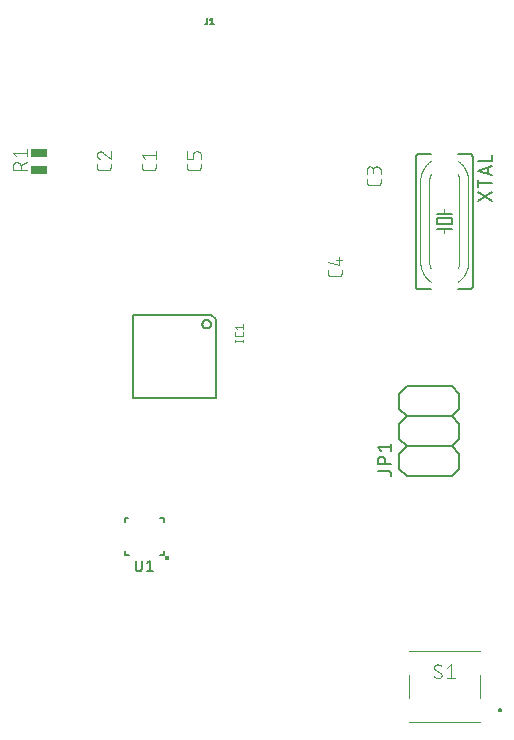
<source format=gto>
G04 EAGLE Gerber RS-274X export*
G75*
%MOMM*%
%FSLAX34Y34*%
%LPD*%
%INSilkscreen Top*%
%IPPOS*%
%AMOC8*
5,1,8,0,0,1.08239X$1,22.5*%
G01*
%ADD10C,0.101600*%
%ADD11C,0.152400*%
%ADD12C,0.076200*%
%ADD13C,0.127000*%
%ADD14R,1.400000X0.650000*%
%ADD15C,0.400000*%
%ADD16C,0.050800*%
%ADD17C,0.100000*%
%ADD18C,0.200000*%
%ADD19C,0.200000*%


D10*
X136652Y492826D02*
X136652Y490229D01*
X136650Y490130D01*
X136644Y490030D01*
X136635Y489931D01*
X136622Y489833D01*
X136605Y489735D01*
X136584Y489637D01*
X136559Y489541D01*
X136531Y489446D01*
X136499Y489352D01*
X136464Y489259D01*
X136425Y489167D01*
X136382Y489077D01*
X136337Y488989D01*
X136287Y488902D01*
X136235Y488818D01*
X136179Y488735D01*
X136121Y488655D01*
X136059Y488577D01*
X135994Y488502D01*
X135926Y488429D01*
X135856Y488359D01*
X135783Y488291D01*
X135708Y488226D01*
X135630Y488164D01*
X135550Y488106D01*
X135467Y488050D01*
X135383Y487998D01*
X135296Y487948D01*
X135208Y487903D01*
X135118Y487860D01*
X135026Y487821D01*
X134933Y487786D01*
X134839Y487754D01*
X134744Y487726D01*
X134648Y487701D01*
X134550Y487680D01*
X134452Y487663D01*
X134354Y487650D01*
X134255Y487641D01*
X134155Y487635D01*
X134056Y487633D01*
X127564Y487633D01*
X127564Y487632D02*
X127465Y487634D01*
X127365Y487640D01*
X127266Y487649D01*
X127168Y487662D01*
X127070Y487680D01*
X126972Y487700D01*
X126876Y487725D01*
X126780Y487753D01*
X126686Y487785D01*
X126593Y487820D01*
X126502Y487859D01*
X126412Y487902D01*
X126323Y487947D01*
X126237Y487997D01*
X126152Y488049D01*
X126070Y488105D01*
X125990Y488164D01*
X125912Y488225D01*
X125836Y488290D01*
X125763Y488358D01*
X125693Y488428D01*
X125625Y488501D01*
X125560Y488577D01*
X125499Y488655D01*
X125440Y488735D01*
X125384Y488817D01*
X125332Y488902D01*
X125283Y488988D01*
X125237Y489077D01*
X125194Y489167D01*
X125155Y489258D01*
X125120Y489351D01*
X125088Y489445D01*
X125060Y489541D01*
X125035Y489637D01*
X125015Y489735D01*
X124997Y489833D01*
X124984Y489931D01*
X124975Y490030D01*
X124969Y490129D01*
X124967Y490229D01*
X124968Y490229D02*
X124968Y492826D01*
X127564Y497191D02*
X124968Y500436D01*
X136652Y500436D01*
X136652Y497191D02*
X136652Y503682D01*
X98552Y492826D02*
X98552Y490229D01*
X98550Y490130D01*
X98544Y490030D01*
X98535Y489931D01*
X98522Y489833D01*
X98505Y489735D01*
X98484Y489637D01*
X98459Y489541D01*
X98431Y489446D01*
X98399Y489352D01*
X98364Y489259D01*
X98325Y489167D01*
X98282Y489077D01*
X98237Y488989D01*
X98187Y488902D01*
X98135Y488818D01*
X98079Y488735D01*
X98021Y488655D01*
X97959Y488577D01*
X97894Y488502D01*
X97826Y488429D01*
X97756Y488359D01*
X97683Y488291D01*
X97608Y488226D01*
X97530Y488164D01*
X97450Y488106D01*
X97367Y488050D01*
X97283Y487998D01*
X97196Y487948D01*
X97108Y487903D01*
X97018Y487860D01*
X96926Y487821D01*
X96833Y487786D01*
X96739Y487754D01*
X96644Y487726D01*
X96548Y487701D01*
X96450Y487680D01*
X96352Y487663D01*
X96254Y487650D01*
X96155Y487641D01*
X96055Y487635D01*
X95956Y487633D01*
X89464Y487633D01*
X89464Y487632D02*
X89365Y487634D01*
X89265Y487640D01*
X89166Y487649D01*
X89068Y487662D01*
X88970Y487680D01*
X88872Y487700D01*
X88776Y487725D01*
X88680Y487753D01*
X88586Y487785D01*
X88493Y487820D01*
X88402Y487859D01*
X88312Y487902D01*
X88223Y487947D01*
X88137Y487997D01*
X88052Y488049D01*
X87970Y488105D01*
X87890Y488164D01*
X87812Y488225D01*
X87736Y488290D01*
X87663Y488358D01*
X87593Y488428D01*
X87525Y488501D01*
X87460Y488577D01*
X87399Y488655D01*
X87340Y488735D01*
X87284Y488817D01*
X87232Y488902D01*
X87183Y488988D01*
X87137Y489077D01*
X87094Y489167D01*
X87055Y489258D01*
X87020Y489351D01*
X86988Y489445D01*
X86960Y489541D01*
X86935Y489637D01*
X86915Y489735D01*
X86897Y489833D01*
X86884Y489931D01*
X86875Y490030D01*
X86869Y490129D01*
X86867Y490229D01*
X86868Y490229D02*
X86868Y492826D01*
X86868Y500761D02*
X86870Y500868D01*
X86876Y500974D01*
X86886Y501080D01*
X86899Y501186D01*
X86917Y501292D01*
X86938Y501396D01*
X86963Y501500D01*
X86992Y501603D01*
X87024Y501704D01*
X87061Y501804D01*
X87101Y501903D01*
X87144Y502001D01*
X87191Y502097D01*
X87242Y502191D01*
X87296Y502283D01*
X87353Y502373D01*
X87413Y502461D01*
X87477Y502546D01*
X87544Y502629D01*
X87614Y502710D01*
X87686Y502788D01*
X87762Y502864D01*
X87840Y502936D01*
X87921Y503006D01*
X88004Y503073D01*
X88089Y503137D01*
X88177Y503197D01*
X88267Y503254D01*
X88359Y503308D01*
X88453Y503359D01*
X88549Y503406D01*
X88647Y503449D01*
X88746Y503489D01*
X88846Y503526D01*
X88947Y503558D01*
X89050Y503587D01*
X89154Y503612D01*
X89258Y503633D01*
X89364Y503651D01*
X89470Y503664D01*
X89576Y503674D01*
X89682Y503680D01*
X89789Y503682D01*
X86868Y500761D02*
X86870Y500640D01*
X86876Y500519D01*
X86886Y500399D01*
X86899Y500278D01*
X86917Y500159D01*
X86938Y500039D01*
X86963Y499921D01*
X86992Y499804D01*
X87025Y499687D01*
X87061Y499572D01*
X87102Y499458D01*
X87145Y499345D01*
X87193Y499233D01*
X87244Y499124D01*
X87299Y499016D01*
X87357Y498909D01*
X87418Y498805D01*
X87483Y498703D01*
X87551Y498603D01*
X87622Y498505D01*
X87696Y498409D01*
X87773Y498316D01*
X87854Y498226D01*
X87937Y498138D01*
X88023Y498053D01*
X88112Y497970D01*
X88203Y497891D01*
X88297Y497814D01*
X88393Y497741D01*
X88491Y497671D01*
X88592Y497604D01*
X88695Y497540D01*
X88800Y497480D01*
X88907Y497422D01*
X89015Y497369D01*
X89125Y497319D01*
X89237Y497273D01*
X89350Y497230D01*
X89465Y497191D01*
X92061Y502708D02*
X91983Y502787D01*
X91903Y502863D01*
X91820Y502936D01*
X91734Y503006D01*
X91647Y503073D01*
X91556Y503137D01*
X91464Y503197D01*
X91370Y503255D01*
X91273Y503309D01*
X91175Y503359D01*
X91075Y503406D01*
X90974Y503450D01*
X90871Y503490D01*
X90766Y503526D01*
X90661Y503558D01*
X90554Y503587D01*
X90447Y503612D01*
X90338Y503634D01*
X90229Y503651D01*
X90120Y503665D01*
X90010Y503674D01*
X89899Y503680D01*
X89789Y503682D01*
X92061Y502708D02*
X98552Y497191D01*
X98552Y503682D01*
X327152Y480126D02*
X327152Y477529D01*
X327150Y477430D01*
X327144Y477330D01*
X327135Y477231D01*
X327122Y477133D01*
X327105Y477035D01*
X327084Y476937D01*
X327059Y476841D01*
X327031Y476746D01*
X326999Y476652D01*
X326964Y476559D01*
X326925Y476467D01*
X326882Y476377D01*
X326837Y476289D01*
X326787Y476202D01*
X326735Y476118D01*
X326679Y476035D01*
X326621Y475955D01*
X326559Y475877D01*
X326494Y475802D01*
X326426Y475729D01*
X326356Y475659D01*
X326283Y475591D01*
X326208Y475526D01*
X326130Y475464D01*
X326050Y475406D01*
X325967Y475350D01*
X325883Y475298D01*
X325796Y475248D01*
X325708Y475203D01*
X325618Y475160D01*
X325526Y475121D01*
X325433Y475086D01*
X325339Y475054D01*
X325244Y475026D01*
X325148Y475001D01*
X325050Y474980D01*
X324952Y474963D01*
X324854Y474950D01*
X324755Y474941D01*
X324655Y474935D01*
X324556Y474933D01*
X318064Y474933D01*
X318064Y474932D02*
X317965Y474934D01*
X317865Y474940D01*
X317766Y474949D01*
X317668Y474962D01*
X317570Y474980D01*
X317472Y475000D01*
X317376Y475025D01*
X317280Y475053D01*
X317186Y475085D01*
X317093Y475120D01*
X317002Y475159D01*
X316912Y475202D01*
X316823Y475247D01*
X316737Y475297D01*
X316652Y475349D01*
X316570Y475405D01*
X316490Y475464D01*
X316412Y475525D01*
X316336Y475590D01*
X316263Y475658D01*
X316193Y475728D01*
X316125Y475801D01*
X316060Y475877D01*
X315999Y475955D01*
X315940Y476035D01*
X315884Y476117D01*
X315832Y476202D01*
X315783Y476288D01*
X315737Y476377D01*
X315694Y476467D01*
X315655Y476558D01*
X315620Y476651D01*
X315588Y476745D01*
X315560Y476841D01*
X315535Y476937D01*
X315515Y477035D01*
X315497Y477133D01*
X315484Y477231D01*
X315475Y477330D01*
X315469Y477429D01*
X315467Y477529D01*
X315468Y477529D02*
X315468Y480126D01*
X327152Y484491D02*
X327152Y487736D01*
X327150Y487849D01*
X327144Y487962D01*
X327134Y488075D01*
X327120Y488188D01*
X327103Y488300D01*
X327081Y488411D01*
X327056Y488521D01*
X327026Y488631D01*
X326993Y488739D01*
X326956Y488846D01*
X326916Y488952D01*
X326871Y489056D01*
X326823Y489159D01*
X326772Y489260D01*
X326717Y489359D01*
X326659Y489456D01*
X326597Y489551D01*
X326532Y489644D01*
X326464Y489734D01*
X326393Y489822D01*
X326318Y489908D01*
X326241Y489991D01*
X326161Y490071D01*
X326078Y490148D01*
X325992Y490223D01*
X325904Y490294D01*
X325814Y490362D01*
X325721Y490427D01*
X325626Y490489D01*
X325529Y490547D01*
X325430Y490602D01*
X325329Y490653D01*
X325226Y490701D01*
X325122Y490746D01*
X325016Y490786D01*
X324909Y490823D01*
X324801Y490856D01*
X324691Y490886D01*
X324581Y490911D01*
X324470Y490933D01*
X324358Y490950D01*
X324245Y490964D01*
X324132Y490974D01*
X324019Y490980D01*
X323906Y490982D01*
X323793Y490980D01*
X323680Y490974D01*
X323567Y490964D01*
X323454Y490950D01*
X323342Y490933D01*
X323231Y490911D01*
X323121Y490886D01*
X323011Y490856D01*
X322903Y490823D01*
X322796Y490786D01*
X322690Y490746D01*
X322586Y490701D01*
X322483Y490653D01*
X322382Y490602D01*
X322283Y490547D01*
X322186Y490489D01*
X322091Y490427D01*
X321998Y490362D01*
X321908Y490294D01*
X321820Y490223D01*
X321734Y490148D01*
X321651Y490071D01*
X321571Y489991D01*
X321494Y489908D01*
X321419Y489822D01*
X321348Y489734D01*
X321280Y489644D01*
X321215Y489551D01*
X321153Y489456D01*
X321095Y489359D01*
X321040Y489260D01*
X320989Y489159D01*
X320941Y489056D01*
X320896Y488952D01*
X320856Y488846D01*
X320819Y488739D01*
X320786Y488631D01*
X320756Y488521D01*
X320731Y488411D01*
X320709Y488300D01*
X320692Y488188D01*
X320678Y488075D01*
X320668Y487962D01*
X320662Y487849D01*
X320660Y487736D01*
X315468Y488386D02*
X315468Y484491D01*
X315468Y488386D02*
X315470Y488487D01*
X315476Y488587D01*
X315486Y488687D01*
X315499Y488787D01*
X315517Y488886D01*
X315538Y488985D01*
X315563Y489082D01*
X315592Y489179D01*
X315625Y489274D01*
X315661Y489368D01*
X315701Y489460D01*
X315744Y489551D01*
X315791Y489640D01*
X315841Y489727D01*
X315895Y489813D01*
X315952Y489896D01*
X316012Y489976D01*
X316075Y490055D01*
X316142Y490131D01*
X316211Y490204D01*
X316283Y490274D01*
X316357Y490342D01*
X316434Y490407D01*
X316514Y490468D01*
X316596Y490527D01*
X316680Y490582D01*
X316766Y490634D01*
X316854Y490683D01*
X316944Y490728D01*
X317036Y490770D01*
X317129Y490808D01*
X317224Y490842D01*
X317319Y490873D01*
X317416Y490900D01*
X317514Y490923D01*
X317613Y490943D01*
X317713Y490958D01*
X317813Y490970D01*
X317913Y490978D01*
X318014Y490982D01*
X318114Y490982D01*
X318215Y490978D01*
X318315Y490970D01*
X318415Y490958D01*
X318515Y490943D01*
X318614Y490923D01*
X318712Y490900D01*
X318809Y490873D01*
X318904Y490842D01*
X318999Y490808D01*
X319092Y490770D01*
X319184Y490728D01*
X319274Y490683D01*
X319362Y490634D01*
X319448Y490582D01*
X319532Y490527D01*
X319614Y490468D01*
X319694Y490407D01*
X319771Y490342D01*
X319845Y490274D01*
X319917Y490204D01*
X319986Y490131D01*
X320053Y490055D01*
X320116Y489976D01*
X320176Y489896D01*
X320233Y489813D01*
X320287Y489727D01*
X320337Y489640D01*
X320384Y489551D01*
X320427Y489460D01*
X320467Y489368D01*
X320503Y489274D01*
X320536Y489179D01*
X320565Y489082D01*
X320590Y488985D01*
X320611Y488886D01*
X320629Y488787D01*
X320642Y488687D01*
X320652Y488587D01*
X320658Y488487D01*
X320660Y488386D01*
X320661Y488386D02*
X320661Y485789D01*
X294132Y403211D02*
X294132Y400614D01*
X294130Y400515D01*
X294124Y400415D01*
X294115Y400316D01*
X294102Y400218D01*
X294085Y400120D01*
X294064Y400022D01*
X294039Y399926D01*
X294011Y399831D01*
X293979Y399737D01*
X293944Y399644D01*
X293905Y399552D01*
X293862Y399462D01*
X293817Y399374D01*
X293767Y399287D01*
X293715Y399203D01*
X293659Y399120D01*
X293601Y399040D01*
X293539Y398962D01*
X293474Y398887D01*
X293406Y398814D01*
X293336Y398744D01*
X293263Y398676D01*
X293188Y398611D01*
X293110Y398549D01*
X293030Y398491D01*
X292947Y398435D01*
X292863Y398383D01*
X292776Y398333D01*
X292688Y398288D01*
X292598Y398245D01*
X292506Y398206D01*
X292413Y398171D01*
X292319Y398139D01*
X292224Y398111D01*
X292128Y398086D01*
X292030Y398065D01*
X291932Y398048D01*
X291834Y398035D01*
X291735Y398026D01*
X291635Y398020D01*
X291536Y398018D01*
X285044Y398018D01*
X284945Y398020D01*
X284845Y398026D01*
X284746Y398035D01*
X284648Y398048D01*
X284550Y398066D01*
X284452Y398086D01*
X284356Y398111D01*
X284260Y398139D01*
X284166Y398171D01*
X284073Y398206D01*
X283982Y398245D01*
X283892Y398288D01*
X283803Y398333D01*
X283717Y398383D01*
X283632Y398435D01*
X283550Y398491D01*
X283470Y398550D01*
X283392Y398611D01*
X283316Y398676D01*
X283243Y398744D01*
X283173Y398814D01*
X283105Y398887D01*
X283040Y398963D01*
X282979Y399041D01*
X282920Y399121D01*
X282864Y399203D01*
X282812Y399288D01*
X282763Y399374D01*
X282717Y399463D01*
X282674Y399553D01*
X282635Y399644D01*
X282600Y399737D01*
X282568Y399831D01*
X282540Y399927D01*
X282515Y400023D01*
X282495Y400121D01*
X282477Y400219D01*
X282464Y400317D01*
X282455Y400416D01*
X282449Y400515D01*
X282447Y400615D01*
X282448Y400614D02*
X282448Y403211D01*
X282448Y410173D02*
X291536Y407576D01*
X291536Y414067D01*
X288939Y412120D02*
X294132Y412120D01*
X174752Y490229D02*
X174752Y492826D01*
X174752Y490229D02*
X174750Y490130D01*
X174744Y490030D01*
X174735Y489931D01*
X174722Y489833D01*
X174705Y489735D01*
X174684Y489637D01*
X174659Y489541D01*
X174631Y489446D01*
X174599Y489352D01*
X174564Y489259D01*
X174525Y489167D01*
X174482Y489077D01*
X174437Y488989D01*
X174387Y488902D01*
X174335Y488818D01*
X174279Y488735D01*
X174221Y488655D01*
X174159Y488577D01*
X174094Y488502D01*
X174026Y488429D01*
X173956Y488359D01*
X173883Y488291D01*
X173808Y488226D01*
X173730Y488164D01*
X173650Y488106D01*
X173567Y488050D01*
X173483Y487998D01*
X173396Y487948D01*
X173308Y487903D01*
X173218Y487860D01*
X173126Y487821D01*
X173033Y487786D01*
X172939Y487754D01*
X172844Y487726D01*
X172748Y487701D01*
X172650Y487680D01*
X172552Y487663D01*
X172454Y487650D01*
X172355Y487641D01*
X172255Y487635D01*
X172156Y487633D01*
X165664Y487633D01*
X165664Y487632D02*
X165565Y487634D01*
X165465Y487640D01*
X165366Y487649D01*
X165268Y487662D01*
X165170Y487680D01*
X165072Y487700D01*
X164976Y487725D01*
X164880Y487753D01*
X164786Y487785D01*
X164693Y487820D01*
X164602Y487859D01*
X164512Y487902D01*
X164423Y487947D01*
X164337Y487997D01*
X164252Y488049D01*
X164170Y488105D01*
X164090Y488164D01*
X164012Y488225D01*
X163936Y488290D01*
X163863Y488358D01*
X163793Y488428D01*
X163725Y488501D01*
X163660Y488577D01*
X163599Y488655D01*
X163540Y488735D01*
X163484Y488817D01*
X163432Y488902D01*
X163383Y488988D01*
X163337Y489077D01*
X163294Y489167D01*
X163255Y489258D01*
X163220Y489351D01*
X163188Y489445D01*
X163160Y489541D01*
X163135Y489637D01*
X163115Y489735D01*
X163097Y489833D01*
X163084Y489931D01*
X163075Y490030D01*
X163069Y490129D01*
X163067Y490229D01*
X163068Y490229D02*
X163068Y492826D01*
X174752Y497191D02*
X174752Y501086D01*
X174750Y501185D01*
X174744Y501285D01*
X174735Y501384D01*
X174722Y501482D01*
X174705Y501580D01*
X174684Y501678D01*
X174659Y501774D01*
X174631Y501869D01*
X174599Y501963D01*
X174564Y502056D01*
X174525Y502148D01*
X174482Y502238D01*
X174437Y502326D01*
X174387Y502413D01*
X174335Y502497D01*
X174279Y502580D01*
X174221Y502660D01*
X174159Y502738D01*
X174094Y502813D01*
X174026Y502886D01*
X173956Y502956D01*
X173883Y503024D01*
X173808Y503089D01*
X173730Y503151D01*
X173650Y503209D01*
X173567Y503265D01*
X173483Y503317D01*
X173396Y503367D01*
X173308Y503412D01*
X173218Y503455D01*
X173126Y503494D01*
X173033Y503529D01*
X172939Y503561D01*
X172844Y503589D01*
X172748Y503614D01*
X172650Y503635D01*
X172552Y503652D01*
X172454Y503665D01*
X172355Y503674D01*
X172255Y503680D01*
X172156Y503682D01*
X170857Y503682D01*
X170758Y503680D01*
X170658Y503674D01*
X170559Y503665D01*
X170461Y503652D01*
X170363Y503635D01*
X170265Y503614D01*
X170169Y503589D01*
X170074Y503561D01*
X169980Y503529D01*
X169887Y503494D01*
X169795Y503455D01*
X169705Y503412D01*
X169617Y503367D01*
X169530Y503317D01*
X169446Y503265D01*
X169363Y503209D01*
X169283Y503151D01*
X169205Y503089D01*
X169130Y503024D01*
X169057Y502956D01*
X168987Y502886D01*
X168919Y502813D01*
X168854Y502738D01*
X168792Y502660D01*
X168734Y502580D01*
X168678Y502497D01*
X168626Y502413D01*
X168576Y502326D01*
X168531Y502238D01*
X168488Y502148D01*
X168449Y502056D01*
X168414Y501963D01*
X168382Y501869D01*
X168354Y501774D01*
X168329Y501678D01*
X168308Y501580D01*
X168291Y501482D01*
X168278Y501384D01*
X168269Y501285D01*
X168263Y501185D01*
X168261Y501086D01*
X168261Y497191D01*
X163068Y497191D01*
X163068Y503682D01*
D11*
X187450Y295150D02*
X117350Y295150D01*
X117350Y365250D01*
X183900Y365250D01*
X187450Y361700D02*
X187450Y295150D01*
X187450Y361700D02*
X183900Y365250D01*
X176240Y357632D02*
X176242Y357751D01*
X176248Y357871D01*
X176258Y357990D01*
X176272Y358108D01*
X176290Y358226D01*
X176311Y358344D01*
X176337Y358460D01*
X176366Y358576D01*
X176400Y358691D01*
X176437Y358804D01*
X176478Y358916D01*
X176522Y359027D01*
X176570Y359137D01*
X176622Y359244D01*
X176677Y359350D01*
X176736Y359454D01*
X176799Y359556D01*
X176864Y359655D01*
X176933Y359753D01*
X177005Y359848D01*
X177080Y359941D01*
X177159Y360031D01*
X177240Y360119D01*
X177324Y360203D01*
X177411Y360285D01*
X177500Y360364D01*
X177592Y360440D01*
X177687Y360513D01*
X177784Y360583D01*
X177883Y360649D01*
X177985Y360712D01*
X178088Y360772D01*
X178193Y360828D01*
X178300Y360881D01*
X178409Y360930D01*
X178520Y360976D01*
X178632Y361017D01*
X178745Y361055D01*
X178859Y361090D01*
X178975Y361120D01*
X179091Y361147D01*
X179208Y361169D01*
X179326Y361188D01*
X179445Y361203D01*
X179564Y361214D01*
X179683Y361221D01*
X179802Y361224D01*
X179922Y361223D01*
X180041Y361218D01*
X180160Y361209D01*
X180279Y361196D01*
X180397Y361179D01*
X180514Y361159D01*
X180631Y361134D01*
X180747Y361105D01*
X180862Y361073D01*
X180976Y361037D01*
X181089Y360997D01*
X181200Y360953D01*
X181309Y360906D01*
X181417Y360855D01*
X181524Y360801D01*
X181628Y360743D01*
X181730Y360681D01*
X181831Y360617D01*
X181929Y360548D01*
X182025Y360477D01*
X182118Y360403D01*
X182209Y360325D01*
X182297Y360245D01*
X182382Y360161D01*
X182465Y360075D01*
X182545Y359986D01*
X182622Y359895D01*
X182695Y359801D01*
X182766Y359704D01*
X182833Y359606D01*
X182897Y359505D01*
X182958Y359402D01*
X183015Y359297D01*
X183068Y359191D01*
X183118Y359082D01*
X183165Y358972D01*
X183207Y358861D01*
X183246Y358748D01*
X183282Y358634D01*
X183313Y358518D01*
X183340Y358402D01*
X183364Y358285D01*
X183384Y358167D01*
X183400Y358049D01*
X183412Y357930D01*
X183420Y357811D01*
X183424Y357692D01*
X183424Y357572D01*
X183420Y357453D01*
X183412Y357334D01*
X183400Y357215D01*
X183384Y357097D01*
X183364Y356979D01*
X183340Y356862D01*
X183313Y356746D01*
X183282Y356630D01*
X183246Y356516D01*
X183207Y356403D01*
X183165Y356292D01*
X183118Y356182D01*
X183068Y356073D01*
X183015Y355967D01*
X182958Y355862D01*
X182897Y355759D01*
X182833Y355658D01*
X182766Y355560D01*
X182695Y355463D01*
X182622Y355369D01*
X182545Y355278D01*
X182465Y355189D01*
X182382Y355103D01*
X182297Y355019D01*
X182209Y354939D01*
X182118Y354861D01*
X182025Y354787D01*
X181929Y354716D01*
X181831Y354647D01*
X181730Y354583D01*
X181628Y354521D01*
X181524Y354463D01*
X181417Y354409D01*
X181309Y354358D01*
X181200Y354311D01*
X181089Y354267D01*
X180976Y354227D01*
X180862Y354191D01*
X180747Y354159D01*
X180631Y354130D01*
X180514Y354105D01*
X180397Y354085D01*
X180279Y354068D01*
X180160Y354055D01*
X180041Y354046D01*
X179922Y354041D01*
X179802Y354040D01*
X179683Y354043D01*
X179564Y354050D01*
X179445Y354061D01*
X179326Y354076D01*
X179208Y354095D01*
X179091Y354117D01*
X178975Y354144D01*
X178859Y354174D01*
X178745Y354209D01*
X178632Y354247D01*
X178520Y354288D01*
X178409Y354334D01*
X178300Y354383D01*
X178193Y354436D01*
X178088Y354492D01*
X177985Y354552D01*
X177883Y354615D01*
X177784Y354681D01*
X177687Y354751D01*
X177592Y354824D01*
X177500Y354900D01*
X177411Y354979D01*
X177324Y355061D01*
X177240Y355145D01*
X177159Y355233D01*
X177080Y355323D01*
X177005Y355416D01*
X176933Y355511D01*
X176864Y355609D01*
X176799Y355708D01*
X176736Y355810D01*
X176677Y355914D01*
X176622Y356020D01*
X176570Y356127D01*
X176522Y356237D01*
X176478Y356348D01*
X176437Y356460D01*
X176400Y356573D01*
X176366Y356688D01*
X176337Y356804D01*
X176311Y356920D01*
X176290Y357038D01*
X176272Y357156D01*
X176258Y357274D01*
X176248Y357393D01*
X176242Y357513D01*
X176240Y357632D01*
D12*
X203581Y343511D02*
X210947Y343511D01*
X210947Y344329D02*
X210947Y342692D01*
X203581Y342692D02*
X203581Y344329D01*
X210947Y348931D02*
X210947Y350567D01*
X210947Y348931D02*
X210945Y348853D01*
X210940Y348775D01*
X210930Y348698D01*
X210917Y348621D01*
X210901Y348545D01*
X210881Y348470D01*
X210857Y348396D01*
X210830Y348323D01*
X210799Y348251D01*
X210765Y348181D01*
X210728Y348113D01*
X210687Y348046D01*
X210643Y347981D01*
X210597Y347919D01*
X210547Y347859D01*
X210495Y347801D01*
X210440Y347746D01*
X210382Y347694D01*
X210322Y347644D01*
X210260Y347598D01*
X210195Y347554D01*
X210129Y347513D01*
X210060Y347476D01*
X209990Y347442D01*
X209918Y347411D01*
X209845Y347384D01*
X209771Y347360D01*
X209696Y347340D01*
X209620Y347324D01*
X209543Y347311D01*
X209466Y347301D01*
X209388Y347296D01*
X209310Y347294D01*
X205218Y347294D01*
X205138Y347296D01*
X205058Y347302D01*
X204978Y347312D01*
X204899Y347325D01*
X204820Y347343D01*
X204743Y347364D01*
X204667Y347390D01*
X204592Y347419D01*
X204518Y347451D01*
X204446Y347487D01*
X204376Y347527D01*
X204309Y347570D01*
X204243Y347616D01*
X204180Y347666D01*
X204119Y347718D01*
X204060Y347773D01*
X204005Y347832D01*
X203953Y347892D01*
X203903Y347956D01*
X203857Y348021D01*
X203814Y348089D01*
X203774Y348159D01*
X203738Y348231D01*
X203706Y348305D01*
X203677Y348379D01*
X203652Y348456D01*
X203630Y348533D01*
X203612Y348612D01*
X203599Y348691D01*
X203589Y348770D01*
X203583Y348851D01*
X203581Y348931D01*
X203581Y350567D01*
X205218Y353413D02*
X203581Y355459D01*
X210947Y355459D01*
X210947Y353413D02*
X210947Y357505D01*
D13*
X180044Y612577D02*
X180044Y616331D01*
X180043Y612577D02*
X180041Y612512D01*
X180035Y612448D01*
X180025Y612384D01*
X180012Y612320D01*
X179994Y612258D01*
X179973Y612197D01*
X179949Y612137D01*
X179920Y612079D01*
X179888Y612022D01*
X179853Y611968D01*
X179815Y611916D01*
X179773Y611866D01*
X179729Y611819D01*
X179682Y611775D01*
X179632Y611733D01*
X179580Y611695D01*
X179526Y611660D01*
X179469Y611628D01*
X179411Y611599D01*
X179351Y611575D01*
X179290Y611554D01*
X179228Y611536D01*
X179164Y611523D01*
X179100Y611513D01*
X179036Y611507D01*
X178971Y611505D01*
X178435Y611505D01*
X182992Y615259D02*
X184332Y616331D01*
X184332Y611505D01*
X182992Y611505D02*
X185673Y611505D01*
D11*
X393700Y234950D02*
X387350Y228600D01*
X393700Y247650D02*
X387350Y254000D01*
X393700Y260350D01*
X393700Y273050D02*
X387350Y279400D01*
X387350Y228600D02*
X349250Y228600D01*
X342900Y234950D01*
X342900Y247650D01*
X349250Y254000D01*
X342900Y260350D01*
X342900Y273050D01*
X349250Y279400D01*
X349250Y254000D02*
X387350Y254000D01*
X387350Y279400D02*
X349250Y279400D01*
X393700Y273050D02*
X393700Y260350D01*
X393700Y247650D02*
X393700Y234950D01*
X387350Y279400D02*
X393700Y285750D01*
X393700Y298450D02*
X387350Y304800D01*
X349250Y279400D02*
X342900Y285750D01*
X342900Y298450D01*
X349250Y304800D01*
X387350Y304800D01*
X393700Y298450D02*
X393700Y285750D01*
D13*
X333375Y233045D02*
X324485Y233045D01*
X333375Y233045D02*
X333475Y233043D01*
X333574Y233037D01*
X333674Y233027D01*
X333772Y233014D01*
X333871Y232996D01*
X333968Y232975D01*
X334064Y232950D01*
X334160Y232921D01*
X334254Y232888D01*
X334347Y232852D01*
X334438Y232812D01*
X334528Y232768D01*
X334616Y232721D01*
X334702Y232671D01*
X334786Y232617D01*
X334868Y232560D01*
X334947Y232500D01*
X335025Y232436D01*
X335099Y232370D01*
X335171Y232301D01*
X335240Y232229D01*
X335306Y232155D01*
X335370Y232077D01*
X335430Y231998D01*
X335487Y231916D01*
X335541Y231832D01*
X335591Y231746D01*
X335638Y231658D01*
X335682Y231568D01*
X335722Y231477D01*
X335758Y231384D01*
X335791Y231290D01*
X335820Y231194D01*
X335845Y231098D01*
X335866Y231001D01*
X335884Y230902D01*
X335897Y230804D01*
X335907Y230704D01*
X335913Y230605D01*
X335915Y230505D01*
X335915Y229235D01*
X335915Y239025D02*
X324485Y239025D01*
X324485Y242200D01*
X324487Y242311D01*
X324493Y242421D01*
X324502Y242532D01*
X324516Y242642D01*
X324533Y242751D01*
X324554Y242860D01*
X324579Y242968D01*
X324608Y243075D01*
X324640Y243181D01*
X324676Y243286D01*
X324716Y243389D01*
X324759Y243491D01*
X324806Y243592D01*
X324857Y243691D01*
X324910Y243788D01*
X324967Y243882D01*
X325028Y243975D01*
X325091Y244066D01*
X325158Y244155D01*
X325228Y244241D01*
X325301Y244324D01*
X325376Y244406D01*
X325454Y244484D01*
X325536Y244559D01*
X325619Y244632D01*
X325705Y244702D01*
X325794Y244769D01*
X325885Y244832D01*
X325978Y244893D01*
X326073Y244950D01*
X326169Y245003D01*
X326268Y245054D01*
X326369Y245101D01*
X326471Y245144D01*
X326574Y245184D01*
X326679Y245220D01*
X326785Y245252D01*
X326892Y245281D01*
X327000Y245306D01*
X327109Y245327D01*
X327218Y245344D01*
X327328Y245358D01*
X327439Y245367D01*
X327549Y245373D01*
X327660Y245375D01*
X327771Y245373D01*
X327881Y245367D01*
X327992Y245358D01*
X328102Y245344D01*
X328211Y245327D01*
X328320Y245306D01*
X328428Y245281D01*
X328535Y245252D01*
X328641Y245220D01*
X328746Y245184D01*
X328849Y245144D01*
X328951Y245101D01*
X329052Y245054D01*
X329151Y245003D01*
X329248Y244950D01*
X329342Y244893D01*
X329435Y244832D01*
X329526Y244769D01*
X329615Y244702D01*
X329701Y244632D01*
X329784Y244559D01*
X329866Y244484D01*
X329944Y244406D01*
X330019Y244324D01*
X330092Y244241D01*
X330162Y244155D01*
X330229Y244066D01*
X330292Y243975D01*
X330353Y243882D01*
X330410Y243788D01*
X330463Y243691D01*
X330514Y243592D01*
X330561Y243491D01*
X330604Y243389D01*
X330644Y243286D01*
X330680Y243181D01*
X330712Y243075D01*
X330741Y242968D01*
X330766Y242860D01*
X330787Y242751D01*
X330804Y242642D01*
X330818Y242532D01*
X330827Y242421D01*
X330833Y242311D01*
X330835Y242200D01*
X330835Y239025D01*
X327025Y249884D02*
X324485Y253059D01*
X335915Y253059D01*
X335915Y249884D02*
X335915Y256234D01*
D14*
X38085Y502614D03*
X38085Y487882D03*
D10*
X27432Y488188D02*
X15748Y488188D01*
X15748Y491434D01*
X15750Y491547D01*
X15756Y491660D01*
X15766Y491773D01*
X15780Y491886D01*
X15797Y491998D01*
X15819Y492109D01*
X15844Y492219D01*
X15874Y492329D01*
X15907Y492437D01*
X15944Y492544D01*
X15984Y492650D01*
X16029Y492754D01*
X16077Y492857D01*
X16128Y492958D01*
X16183Y493057D01*
X16241Y493154D01*
X16303Y493249D01*
X16368Y493342D01*
X16436Y493432D01*
X16507Y493520D01*
X16582Y493606D01*
X16659Y493689D01*
X16739Y493769D01*
X16822Y493846D01*
X16908Y493921D01*
X16996Y493992D01*
X17086Y494060D01*
X17179Y494125D01*
X17274Y494187D01*
X17371Y494245D01*
X17470Y494300D01*
X17571Y494351D01*
X17674Y494399D01*
X17778Y494444D01*
X17884Y494484D01*
X17991Y494521D01*
X18099Y494554D01*
X18209Y494584D01*
X18319Y494609D01*
X18430Y494631D01*
X18542Y494648D01*
X18655Y494662D01*
X18768Y494672D01*
X18881Y494678D01*
X18994Y494680D01*
X19107Y494678D01*
X19220Y494672D01*
X19333Y494662D01*
X19446Y494648D01*
X19558Y494631D01*
X19669Y494609D01*
X19779Y494584D01*
X19889Y494554D01*
X19997Y494521D01*
X20104Y494484D01*
X20210Y494444D01*
X20314Y494399D01*
X20417Y494351D01*
X20518Y494300D01*
X20617Y494245D01*
X20714Y494187D01*
X20809Y494125D01*
X20902Y494060D01*
X20992Y493992D01*
X21080Y493921D01*
X21166Y493846D01*
X21249Y493769D01*
X21329Y493689D01*
X21406Y493606D01*
X21481Y493520D01*
X21552Y493432D01*
X21620Y493342D01*
X21685Y493249D01*
X21747Y493154D01*
X21805Y493057D01*
X21860Y492958D01*
X21911Y492857D01*
X21959Y492754D01*
X22004Y492650D01*
X22044Y492544D01*
X22081Y492437D01*
X22114Y492329D01*
X22144Y492219D01*
X22169Y492109D01*
X22191Y491998D01*
X22208Y491886D01*
X22222Y491773D01*
X22232Y491660D01*
X22238Y491547D01*
X22240Y491434D01*
X22239Y491434D02*
X22239Y488188D01*
X22239Y492083D02*
X27432Y494679D01*
X18344Y499544D02*
X15748Y502790D01*
X27432Y502790D01*
X27432Y506035D02*
X27432Y499544D01*
D13*
X110500Y165300D02*
X110500Y162300D01*
X110500Y190300D02*
X110500Y193300D01*
X143500Y193300D02*
X143500Y190300D01*
X143500Y165300D02*
X143500Y162300D01*
X140500Y162300D01*
X114000Y162300D02*
X110500Y162300D01*
X110500Y193300D02*
X113500Y193300D01*
X140500Y193300D02*
X143500Y193300D01*
D15*
X146500Y159300D03*
D13*
X119806Y157165D02*
X119806Y150744D01*
X119807Y150744D02*
X119809Y150646D01*
X119815Y150548D01*
X119825Y150450D01*
X119838Y150353D01*
X119856Y150256D01*
X119877Y150160D01*
X119902Y150066D01*
X119931Y149972D01*
X119963Y149879D01*
X120000Y149788D01*
X120039Y149698D01*
X120083Y149610D01*
X120130Y149524D01*
X120180Y149439D01*
X120233Y149357D01*
X120290Y149277D01*
X120350Y149199D01*
X120413Y149124D01*
X120479Y149051D01*
X120548Y148981D01*
X120619Y148914D01*
X120693Y148849D01*
X120770Y148788D01*
X120849Y148729D01*
X120930Y148674D01*
X121013Y148622D01*
X121099Y148574D01*
X121186Y148529D01*
X121275Y148487D01*
X121365Y148449D01*
X121457Y148415D01*
X121550Y148384D01*
X121645Y148357D01*
X121740Y148334D01*
X121837Y148314D01*
X121933Y148299D01*
X122031Y148287D01*
X122129Y148279D01*
X122227Y148275D01*
X122325Y148275D01*
X122423Y148279D01*
X122521Y148287D01*
X122619Y148299D01*
X122715Y148314D01*
X122812Y148334D01*
X122907Y148357D01*
X123002Y148384D01*
X123095Y148415D01*
X123187Y148449D01*
X123277Y148487D01*
X123366Y148529D01*
X123453Y148574D01*
X123539Y148622D01*
X123622Y148674D01*
X123703Y148729D01*
X123782Y148788D01*
X123859Y148849D01*
X123933Y148914D01*
X124004Y148981D01*
X124073Y149051D01*
X124139Y149124D01*
X124202Y149199D01*
X124262Y149277D01*
X124319Y149357D01*
X124372Y149439D01*
X124422Y149524D01*
X124469Y149610D01*
X124513Y149698D01*
X124552Y149788D01*
X124589Y149879D01*
X124621Y149972D01*
X124650Y150066D01*
X124675Y150160D01*
X124696Y150256D01*
X124714Y150353D01*
X124727Y150450D01*
X124737Y150548D01*
X124743Y150646D01*
X124745Y150744D01*
X124745Y157165D01*
X129255Y155189D02*
X131724Y157165D01*
X131724Y148275D01*
X129255Y148275D02*
X134194Y148275D01*
D16*
X401321Y478790D02*
X401315Y479284D01*
X401297Y479778D01*
X401267Y480272D01*
X401225Y480765D01*
X401171Y481256D01*
X401105Y481746D01*
X401027Y482235D01*
X400937Y482721D01*
X400835Y483205D01*
X400722Y483686D01*
X400597Y484165D01*
X400461Y484640D01*
X400312Y485112D01*
X400153Y485580D01*
X399982Y486044D01*
X399800Y486503D01*
X399607Y486959D01*
X399402Y487409D01*
X399187Y487854D01*
X398961Y488294D01*
X398724Y488728D01*
X398477Y489156D01*
X398220Y489579D01*
X397952Y489994D01*
X397675Y490404D01*
X397387Y490806D01*
X397090Y491201D01*
X396783Y491589D01*
X396467Y491969D01*
X396142Y492342D01*
X395807Y492706D01*
X395464Y493062D01*
X395113Y493410D01*
X394753Y493749D01*
X394385Y494079D01*
X394009Y494400D01*
X393625Y494712D01*
X393234Y495015D01*
X392835Y495308D01*
X392430Y495591D01*
D11*
X392430Y501650D02*
X402590Y501650D01*
D16*
X401320Y410210D02*
X401314Y409716D01*
X401296Y409222D01*
X401266Y408728D01*
X401224Y408236D01*
X401170Y407744D01*
X401104Y407254D01*
X401026Y406766D01*
X400936Y406279D01*
X400835Y405796D01*
X400721Y405314D01*
X400596Y404836D01*
X400460Y404361D01*
X400312Y403889D01*
X400152Y403421D01*
X399981Y402957D01*
X399799Y402497D01*
X399606Y402042D01*
X399402Y401591D01*
X399187Y401146D01*
X398961Y400706D01*
X398724Y400272D01*
X398477Y399844D01*
X398220Y399422D01*
X397952Y399006D01*
X397674Y398597D01*
X397387Y398194D01*
X397090Y397799D01*
X396783Y397411D01*
X396467Y397031D01*
X396141Y396659D01*
X395807Y396294D01*
X395464Y395938D01*
X395113Y395590D01*
X394753Y395251D01*
X394385Y394921D01*
X394009Y394600D01*
X393625Y394288D01*
X393234Y393985D01*
X392835Y393693D01*
X392430Y393409D01*
D11*
X392430Y387350D02*
X402590Y387350D01*
D16*
X368300Y410210D02*
X368300Y478790D01*
X360680Y478790D02*
X360680Y410210D01*
X393700Y410210D02*
X393700Y478790D01*
D11*
X356870Y499110D02*
X356870Y389890D01*
X356872Y389790D01*
X356878Y389691D01*
X356888Y389591D01*
X356901Y389493D01*
X356919Y389394D01*
X356940Y389297D01*
X356965Y389201D01*
X356994Y389105D01*
X357027Y389011D01*
X357063Y388918D01*
X357103Y388827D01*
X357147Y388737D01*
X357194Y388649D01*
X357244Y388563D01*
X357298Y388479D01*
X357355Y388397D01*
X357415Y388318D01*
X357479Y388240D01*
X357545Y388166D01*
X357614Y388094D01*
X357686Y388025D01*
X357760Y387959D01*
X357838Y387895D01*
X357917Y387835D01*
X357999Y387778D01*
X358083Y387724D01*
X358169Y387674D01*
X358257Y387627D01*
X358347Y387583D01*
X358438Y387543D01*
X358531Y387507D01*
X358625Y387474D01*
X358721Y387445D01*
X358817Y387420D01*
X358914Y387399D01*
X359013Y387381D01*
X359111Y387368D01*
X359211Y387358D01*
X359310Y387352D01*
X359410Y387350D01*
X369570Y387350D01*
D16*
X369570Y404674D02*
X369442Y404947D01*
X369320Y405223D01*
X369205Y405502D01*
X369097Y405783D01*
X368995Y406067D01*
X368900Y406353D01*
X368812Y406641D01*
X368730Y406931D01*
X368656Y407224D01*
X368589Y407517D01*
X368528Y407813D01*
X368475Y408109D01*
X368429Y408407D01*
X368389Y408706D01*
X368357Y409006D01*
X368332Y409307D01*
X368314Y409607D01*
X368304Y409909D01*
X368300Y410210D01*
X392430Y404674D02*
X392558Y404947D01*
X392680Y405223D01*
X392795Y405502D01*
X392903Y405783D01*
X393005Y406067D01*
X393100Y406353D01*
X393188Y406641D01*
X393270Y406931D01*
X393344Y407224D01*
X393411Y407517D01*
X393472Y407813D01*
X393525Y408109D01*
X393571Y408407D01*
X393611Y408706D01*
X393643Y409006D01*
X393668Y409307D01*
X393686Y409607D01*
X393696Y409909D01*
X393700Y410210D01*
X369571Y393410D02*
X369166Y393693D01*
X368767Y393986D01*
X368376Y394288D01*
X367992Y394600D01*
X367616Y394921D01*
X367248Y395251D01*
X366888Y395590D01*
X366537Y395938D01*
X366194Y396294D01*
X365859Y396659D01*
X365534Y397031D01*
X365218Y397411D01*
X364911Y397799D01*
X364614Y398194D01*
X364326Y398597D01*
X364049Y399006D01*
X363781Y399421D01*
X363524Y399844D01*
X363277Y400272D01*
X363040Y400706D01*
X362814Y401146D01*
X362599Y401591D01*
X362395Y402041D01*
X362201Y402497D01*
X362019Y402956D01*
X361848Y403420D01*
X361689Y403888D01*
X361541Y404360D01*
X361404Y404835D01*
X361279Y405314D01*
X361166Y405795D01*
X361064Y406279D01*
X360974Y406765D01*
X360896Y407253D01*
X360830Y407743D01*
X360776Y408235D01*
X360734Y408728D01*
X360704Y409221D01*
X360686Y409715D01*
X360680Y410210D01*
X360680Y478790D02*
X360686Y479284D01*
X360704Y479778D01*
X360734Y480272D01*
X360776Y480764D01*
X360830Y481256D01*
X360896Y481746D01*
X360974Y482234D01*
X361064Y482721D01*
X361165Y483204D01*
X361279Y483686D01*
X361404Y484164D01*
X361540Y484639D01*
X361688Y485111D01*
X361848Y485579D01*
X362019Y486043D01*
X362201Y486503D01*
X362394Y486958D01*
X362598Y487409D01*
X362813Y487854D01*
X363039Y488294D01*
X363276Y488728D01*
X363523Y489156D01*
X363780Y489578D01*
X364048Y489994D01*
X364326Y490403D01*
X364613Y490806D01*
X364910Y491201D01*
X365217Y491589D01*
X365533Y491969D01*
X365859Y492341D01*
X366193Y492706D01*
X366536Y493062D01*
X366887Y493410D01*
X367247Y493749D01*
X367615Y494079D01*
X367991Y494400D01*
X368375Y494712D01*
X368766Y495015D01*
X369165Y495307D01*
X369570Y495591D01*
X369570Y484326D02*
X369442Y484053D01*
X369320Y483777D01*
X369205Y483498D01*
X369097Y483217D01*
X368995Y482933D01*
X368900Y482647D01*
X368812Y482359D01*
X368730Y482069D01*
X368656Y481776D01*
X368589Y481483D01*
X368528Y481187D01*
X368475Y480891D01*
X368429Y480593D01*
X368389Y480294D01*
X368357Y479994D01*
X368332Y479693D01*
X368314Y479393D01*
X368304Y479091D01*
X368300Y478790D01*
X392430Y484326D02*
X392558Y484053D01*
X392680Y483777D01*
X392795Y483498D01*
X392903Y483217D01*
X393005Y482933D01*
X393100Y482647D01*
X393188Y482359D01*
X393270Y482069D01*
X393344Y481776D01*
X393411Y481483D01*
X393472Y481187D01*
X393525Y480891D01*
X393571Y480593D01*
X393611Y480294D01*
X393643Y479994D01*
X393668Y479693D01*
X393686Y479393D01*
X393696Y479091D01*
X393700Y478790D01*
D11*
X369570Y501650D02*
X359410Y501650D01*
X359310Y501648D01*
X359211Y501642D01*
X359111Y501632D01*
X359013Y501619D01*
X358914Y501601D01*
X358817Y501580D01*
X358721Y501555D01*
X358625Y501526D01*
X358531Y501493D01*
X358438Y501457D01*
X358347Y501417D01*
X358257Y501373D01*
X358169Y501326D01*
X358083Y501276D01*
X357999Y501222D01*
X357917Y501165D01*
X357838Y501105D01*
X357760Y501041D01*
X357686Y500975D01*
X357614Y500906D01*
X357545Y500834D01*
X357479Y500760D01*
X357415Y500682D01*
X357355Y500603D01*
X357298Y500521D01*
X357244Y500437D01*
X357194Y500351D01*
X357147Y500263D01*
X357103Y500173D01*
X357063Y500082D01*
X357027Y499989D01*
X356994Y499895D01*
X356965Y499799D01*
X356940Y499703D01*
X356919Y499606D01*
X356901Y499507D01*
X356888Y499409D01*
X356878Y499309D01*
X356872Y499210D01*
X356870Y499110D01*
D16*
X401320Y478790D02*
X401320Y410210D01*
D11*
X405130Y389890D02*
X405130Y499110D01*
X405130Y389890D02*
X405128Y389790D01*
X405122Y389691D01*
X405112Y389591D01*
X405099Y389493D01*
X405081Y389394D01*
X405060Y389297D01*
X405035Y389201D01*
X405006Y389105D01*
X404973Y389011D01*
X404937Y388918D01*
X404897Y388827D01*
X404853Y388737D01*
X404806Y388649D01*
X404756Y388563D01*
X404702Y388479D01*
X404645Y388397D01*
X404585Y388318D01*
X404521Y388240D01*
X404455Y388166D01*
X404386Y388094D01*
X404314Y388025D01*
X404240Y387959D01*
X404162Y387895D01*
X404083Y387835D01*
X404001Y387778D01*
X403917Y387724D01*
X403831Y387674D01*
X403743Y387627D01*
X403653Y387583D01*
X403562Y387543D01*
X403469Y387507D01*
X403375Y387474D01*
X403279Y387445D01*
X403183Y387420D01*
X403086Y387399D01*
X402987Y387381D01*
X402889Y387368D01*
X402789Y387358D01*
X402690Y387352D01*
X402590Y387350D01*
X405130Y499110D02*
X405128Y499210D01*
X405122Y499309D01*
X405112Y499409D01*
X405099Y499507D01*
X405081Y499606D01*
X405060Y499703D01*
X405035Y499799D01*
X405006Y499895D01*
X404973Y499989D01*
X404937Y500082D01*
X404897Y500173D01*
X404853Y500263D01*
X404806Y500351D01*
X404756Y500437D01*
X404702Y500521D01*
X404645Y500603D01*
X404585Y500682D01*
X404521Y500760D01*
X404455Y500834D01*
X404386Y500906D01*
X404314Y500975D01*
X404240Y501041D01*
X404162Y501105D01*
X404083Y501165D01*
X404001Y501222D01*
X403917Y501276D01*
X403831Y501326D01*
X403743Y501373D01*
X403653Y501417D01*
X403562Y501457D01*
X403469Y501493D01*
X403375Y501526D01*
X403279Y501555D01*
X403183Y501580D01*
X403086Y501601D01*
X402987Y501619D01*
X402889Y501632D01*
X402789Y501642D01*
X402690Y501648D01*
X402590Y501650D01*
X387350Y447040D02*
X374650Y447040D01*
X374650Y441960D01*
X387350Y441960D01*
X387350Y447040D01*
X387350Y450850D02*
X381000Y450850D01*
X374650Y450850D01*
D16*
X381000Y450850D02*
X381000Y454660D01*
D11*
X381000Y438150D02*
X387350Y438150D01*
X381000Y438150D02*
X374650Y438150D01*
D16*
X381000Y438150D02*
X381000Y434340D01*
D13*
X409575Y469748D02*
X421005Y462128D01*
X421005Y469748D02*
X409575Y462128D01*
X409575Y476606D02*
X421005Y476606D01*
X409575Y473431D02*
X409575Y479781D01*
X409575Y487274D02*
X421005Y483464D01*
X421005Y491084D02*
X409575Y487274D01*
X418148Y490131D02*
X418148Y484416D01*
X421005Y495935D02*
X409575Y495935D01*
X421005Y495935D02*
X421005Y501015D01*
D17*
X411000Y80800D02*
X351000Y80800D01*
X351000Y20800D02*
X411000Y20800D01*
X351000Y40800D02*
X351000Y60800D01*
X411000Y60800D02*
X411000Y40800D01*
D18*
X427000Y30800D03*
D19*
X427002Y30738D01*
X427008Y30677D01*
X427017Y30616D01*
X427030Y30556D01*
X427047Y30497D01*
X427068Y30439D01*
X427092Y30382D01*
X427119Y30327D01*
X427150Y30274D01*
X427184Y30222D01*
X427221Y30173D01*
X427261Y30126D01*
X427304Y30082D01*
X427349Y30041D01*
X427397Y30002D01*
X427448Y29966D01*
X427500Y29934D01*
X427554Y29905D01*
X427610Y29879D01*
X427668Y29857D01*
X427726Y29838D01*
X427786Y29823D01*
X427847Y29812D01*
X427908Y29804D01*
X427969Y29800D01*
X428031Y29800D01*
X428092Y29804D01*
X428153Y29812D01*
X428214Y29823D01*
X428274Y29838D01*
X428332Y29857D01*
X428390Y29879D01*
X428446Y29905D01*
X428500Y29934D01*
X428552Y29966D01*
X428603Y30002D01*
X428651Y30041D01*
X428696Y30082D01*
X428739Y30126D01*
X428779Y30173D01*
X428816Y30222D01*
X428850Y30274D01*
X428881Y30327D01*
X428908Y30382D01*
X428932Y30439D01*
X428953Y30497D01*
X428970Y30556D01*
X428983Y30616D01*
X428992Y30677D01*
X428998Y30738D01*
X429000Y30800D01*
D18*
X429000Y30800D03*
D19*
X428998Y30862D01*
X428992Y30923D01*
X428983Y30984D01*
X428970Y31044D01*
X428953Y31103D01*
X428932Y31161D01*
X428908Y31218D01*
X428881Y31273D01*
X428850Y31326D01*
X428816Y31378D01*
X428779Y31427D01*
X428739Y31474D01*
X428696Y31518D01*
X428651Y31559D01*
X428603Y31598D01*
X428552Y31634D01*
X428500Y31666D01*
X428446Y31695D01*
X428390Y31721D01*
X428332Y31743D01*
X428274Y31762D01*
X428214Y31777D01*
X428153Y31788D01*
X428092Y31796D01*
X428031Y31800D01*
X427969Y31800D01*
X427908Y31796D01*
X427847Y31788D01*
X427786Y31777D01*
X427726Y31762D01*
X427668Y31743D01*
X427610Y31721D01*
X427554Y31695D01*
X427500Y31666D01*
X427448Y31634D01*
X427397Y31598D01*
X427349Y31559D01*
X427304Y31518D01*
X427261Y31474D01*
X427221Y31427D01*
X427184Y31378D01*
X427150Y31326D01*
X427119Y31273D01*
X427092Y31218D01*
X427068Y31161D01*
X427047Y31103D01*
X427030Y31044D01*
X427017Y30984D01*
X427008Y30923D01*
X427002Y30862D01*
X427000Y30800D01*
D10*
X378721Y60254D02*
X378719Y60155D01*
X378713Y60055D01*
X378704Y59956D01*
X378691Y59858D01*
X378674Y59760D01*
X378653Y59662D01*
X378628Y59566D01*
X378600Y59471D01*
X378568Y59377D01*
X378533Y59284D01*
X378494Y59192D01*
X378451Y59102D01*
X378406Y59014D01*
X378356Y58927D01*
X378304Y58843D01*
X378248Y58760D01*
X378190Y58680D01*
X378128Y58602D01*
X378063Y58527D01*
X377995Y58454D01*
X377925Y58384D01*
X377852Y58316D01*
X377777Y58251D01*
X377699Y58189D01*
X377619Y58131D01*
X377536Y58075D01*
X377452Y58023D01*
X377365Y57973D01*
X377277Y57928D01*
X377187Y57885D01*
X377095Y57846D01*
X377002Y57811D01*
X376908Y57779D01*
X376813Y57751D01*
X376717Y57726D01*
X376619Y57705D01*
X376521Y57688D01*
X376423Y57675D01*
X376324Y57666D01*
X376224Y57660D01*
X376125Y57658D01*
X375981Y57660D01*
X375836Y57666D01*
X375692Y57675D01*
X375549Y57688D01*
X375405Y57705D01*
X375262Y57726D01*
X375120Y57751D01*
X374979Y57779D01*
X374838Y57811D01*
X374698Y57847D01*
X374559Y57886D01*
X374421Y57929D01*
X374285Y57976D01*
X374149Y58026D01*
X374015Y58080D01*
X373883Y58137D01*
X373752Y58198D01*
X373623Y58262D01*
X373495Y58330D01*
X373369Y58400D01*
X373245Y58475D01*
X373124Y58552D01*
X373004Y58633D01*
X372886Y58716D01*
X372771Y58803D01*
X372658Y58893D01*
X372547Y58986D01*
X372439Y59081D01*
X372333Y59180D01*
X372230Y59281D01*
X372555Y66746D02*
X372557Y66845D01*
X372563Y66945D01*
X372572Y67044D01*
X372585Y67142D01*
X372602Y67240D01*
X372623Y67338D01*
X372648Y67434D01*
X372676Y67529D01*
X372708Y67623D01*
X372743Y67716D01*
X372782Y67808D01*
X372825Y67898D01*
X372870Y67986D01*
X372920Y68073D01*
X372972Y68157D01*
X373028Y68240D01*
X373086Y68320D01*
X373148Y68398D01*
X373213Y68473D01*
X373281Y68546D01*
X373351Y68616D01*
X373424Y68684D01*
X373499Y68749D01*
X373577Y68811D01*
X373657Y68869D01*
X373740Y68925D01*
X373824Y68977D01*
X373911Y69027D01*
X373999Y69072D01*
X374089Y69115D01*
X374181Y69154D01*
X374274Y69189D01*
X374368Y69221D01*
X374463Y69249D01*
X374560Y69274D01*
X374657Y69295D01*
X374755Y69312D01*
X374853Y69325D01*
X374952Y69334D01*
X375052Y69340D01*
X375151Y69342D01*
X375287Y69340D01*
X375423Y69334D01*
X375559Y69325D01*
X375695Y69312D01*
X375830Y69294D01*
X375964Y69274D01*
X376098Y69249D01*
X376232Y69221D01*
X376364Y69188D01*
X376495Y69153D01*
X376626Y69113D01*
X376755Y69070D01*
X376883Y69024D01*
X377009Y68973D01*
X377135Y68920D01*
X377258Y68862D01*
X377380Y68802D01*
X377500Y68738D01*
X377619Y68670D01*
X377735Y68600D01*
X377849Y68526D01*
X377962Y68449D01*
X378072Y68368D01*
X373852Y64474D02*
X373766Y64527D01*
X373682Y64584D01*
X373600Y64643D01*
X373520Y64706D01*
X373443Y64772D01*
X373368Y64840D01*
X373296Y64912D01*
X373227Y64986D01*
X373161Y65063D01*
X373098Y65142D01*
X373038Y65224D01*
X372981Y65308D01*
X372927Y65394D01*
X372877Y65482D01*
X372830Y65572D01*
X372786Y65663D01*
X372747Y65757D01*
X372710Y65851D01*
X372678Y65947D01*
X372649Y66045D01*
X372624Y66143D01*
X372603Y66242D01*
X372585Y66342D01*
X372572Y66442D01*
X372562Y66543D01*
X372556Y66645D01*
X372554Y66746D01*
X377423Y62526D02*
X377509Y62473D01*
X377593Y62416D01*
X377675Y62357D01*
X377755Y62294D01*
X377832Y62228D01*
X377907Y62160D01*
X377979Y62088D01*
X378048Y62014D01*
X378114Y61937D01*
X378177Y61858D01*
X378237Y61776D01*
X378294Y61692D01*
X378348Y61606D01*
X378398Y61518D01*
X378445Y61428D01*
X378489Y61337D01*
X378528Y61243D01*
X378565Y61149D01*
X378597Y61053D01*
X378626Y60955D01*
X378651Y60857D01*
X378672Y60758D01*
X378690Y60658D01*
X378703Y60558D01*
X378713Y60457D01*
X378719Y60355D01*
X378721Y60254D01*
X377423Y62526D02*
X373853Y64474D01*
X383279Y66746D02*
X386524Y69342D01*
X386524Y57658D01*
X383279Y57658D02*
X389770Y57658D01*
M02*

</source>
